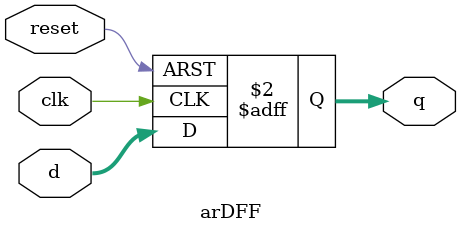
<source format=sv>
module arDFF #(parameter N = 2)
                     (input logic clk,
                      input logic reset,
                      input logic [N-1:0]d,
                      output logic [N-1:0] q);
// asyschronous reset
always_ff @(posedge clk, posedge reset)
    if(reset) q <= 0;
    else      q <= d;

endmodule

</source>
